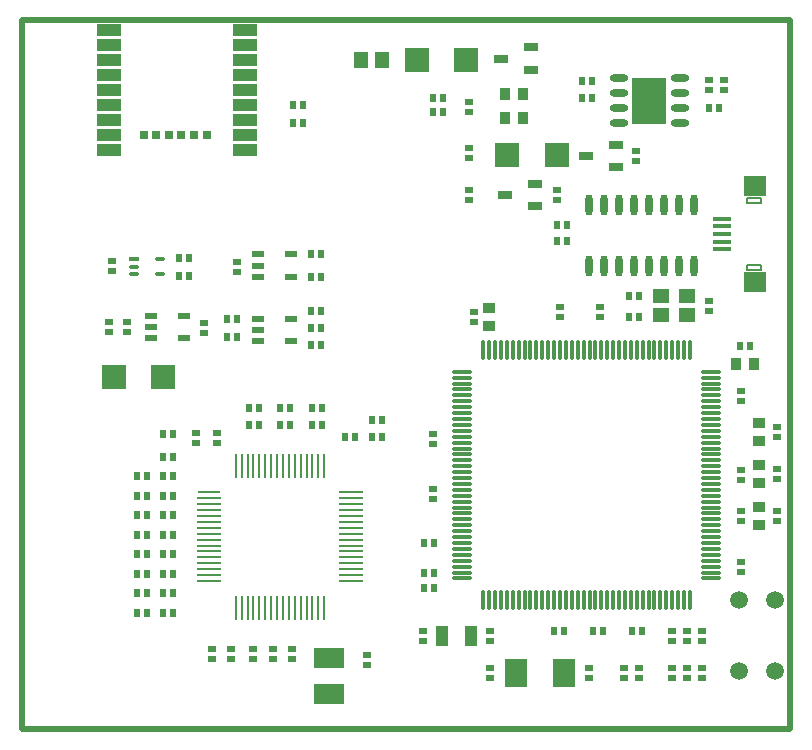
<source format=gtp>
G04*
G04 #@! TF.GenerationSoftware,Altium Limited,Altium Designer,18.1.9 (240)*
G04*
G04 Layer_Color=8421504*
%FSLAX24Y24*%
%MOIN*%
G70*
G01*
G75*
%ADD17C,0.0200*%
%ADD22C,0.0050*%
%ADD26O,0.0630X0.0236*%
%ADD27R,0.1142X0.1575*%
%ADD28R,0.0366X0.0386*%
%ADD29R,0.0386X0.0366*%
%ADD30R,0.0256X0.0236*%
%ADD31O,0.0787X0.0087*%
%ADD32R,0.0787X0.0087*%
%ADD33R,0.0087X0.0787*%
%ADD34R,0.0236X0.0256*%
%ADD35R,0.1024X0.0709*%
%ADD36R,0.0787X0.0787*%
%ADD37R,0.0433X0.0236*%
%ADD38R,0.0492X0.0276*%
%ADD39O,0.0236X0.0709*%
%ADD40R,0.0551X0.0453*%
%ADD41C,0.0591*%
%ADD42O,0.0110X0.0709*%
%ADD43O,0.0709X0.0110*%
%ADD44R,0.0457X0.0579*%
%ADD45R,0.0610X0.0157*%
%ADD46R,0.0748X0.0709*%
%ADD47R,0.0335X0.0138*%
%ADD48O,0.0335X0.0138*%
%ADD49R,0.0315X0.0315*%
%ADD50R,0.0787X0.0394*%
%ADD51R,0.0394X0.0709*%
%ADD52R,0.0748X0.0945*%
D17*
X0Y23622D02*
X25591D01*
Y0D02*
Y23622D01*
X0Y0D02*
X25591D01*
X0D02*
Y23622D01*
D22*
X24171Y15478D02*
X24611D01*
X24171Y15298D02*
X24611D01*
X24171D02*
Y15478D01*
X24611Y15298D02*
Y15478D01*
X24171Y17702D02*
X24611D01*
X24171Y17522D02*
X24611D01*
X24171D02*
Y17702D01*
X24611Y17522D02*
Y17702D01*
D26*
X19876Y21700D02*
D03*
Y21200D02*
D03*
Y20700D02*
D03*
Y20200D02*
D03*
X21924Y21700D02*
D03*
Y21200D02*
D03*
Y20700D02*
D03*
Y20200D02*
D03*
D27*
X20900Y20950D02*
D03*
D28*
X23789Y12174D02*
D03*
X24396D02*
D03*
X16703Y20374D02*
D03*
X16097D02*
D03*
X16703Y21174D02*
D03*
X16097D02*
D03*
D29*
X15561Y13425D02*
D03*
Y14031D02*
D03*
X24550Y10203D02*
D03*
Y9597D02*
D03*
Y7403D02*
D03*
Y6797D02*
D03*
Y8803D02*
D03*
Y8197D02*
D03*
D30*
X15050Y13565D02*
D03*
Y13900D02*
D03*
X23950Y5567D02*
D03*
Y5233D02*
D03*
X22883Y21635D02*
D03*
Y21300D02*
D03*
X23400Y21635D02*
D03*
Y21300D02*
D03*
X17815Y17967D02*
D03*
Y17633D02*
D03*
X17921Y13740D02*
D03*
Y14075D02*
D03*
X19250Y13740D02*
D03*
Y14075D02*
D03*
X23950Y8300D02*
D03*
Y8635D02*
D03*
X25150Y10085D02*
D03*
Y9750D02*
D03*
X21650Y2054D02*
D03*
Y1720D02*
D03*
X22650D02*
D03*
Y2054D02*
D03*
Y3278D02*
D03*
Y2944D02*
D03*
X22150D02*
D03*
Y3278D02*
D03*
X21650Y2944D02*
D03*
Y3278D02*
D03*
X15600Y3285D02*
D03*
Y2950D02*
D03*
X7150Y15253D02*
D03*
Y15587D02*
D03*
X5800Y9885D02*
D03*
Y9550D02*
D03*
X6950Y2347D02*
D03*
Y2682D02*
D03*
X6306Y2337D02*
D03*
Y2672D02*
D03*
X9000Y2350D02*
D03*
Y2685D02*
D03*
X11486Y2133D02*
D03*
Y2467D02*
D03*
X8350Y2685D02*
D03*
Y2350D02*
D03*
X7700D02*
D03*
Y2685D02*
D03*
X22900Y14285D02*
D03*
Y13950D02*
D03*
X2979Y15285D02*
D03*
Y15620D02*
D03*
X6051Y13215D02*
D03*
Y13550D02*
D03*
X3501Y13233D02*
D03*
Y13567D02*
D03*
X2886D02*
D03*
Y13233D02*
D03*
X13350Y3285D02*
D03*
Y2950D02*
D03*
X15600Y2054D02*
D03*
Y1720D02*
D03*
X18900Y2054D02*
D03*
Y1720D02*
D03*
X20058Y2054D02*
D03*
Y1720D02*
D03*
X22150Y2054D02*
D03*
Y1720D02*
D03*
X13700Y7668D02*
D03*
Y8003D02*
D03*
Y9501D02*
D03*
Y9836D02*
D03*
X23950Y10929D02*
D03*
Y11264D02*
D03*
X6500Y9885D02*
D03*
Y9550D02*
D03*
X14900Y19367D02*
D03*
Y19033D02*
D03*
X20440Y19256D02*
D03*
Y18921D02*
D03*
X14900Y17638D02*
D03*
Y17973D02*
D03*
Y20891D02*
D03*
Y20557D02*
D03*
X25150Y8667D02*
D03*
Y8333D02*
D03*
Y7267D02*
D03*
Y6933D02*
D03*
X20558Y2054D02*
D03*
Y1720D02*
D03*
X23950Y6933D02*
D03*
Y7267D02*
D03*
D31*
X6226Y7892D02*
D03*
D32*
Y7695D02*
D03*
Y7498D02*
D03*
Y7302D02*
D03*
Y7105D02*
D03*
Y6908D02*
D03*
Y6711D02*
D03*
Y6514D02*
D03*
Y6317D02*
D03*
Y6120D02*
D03*
Y5924D02*
D03*
Y5727D02*
D03*
Y5530D02*
D03*
Y5333D02*
D03*
Y5136D02*
D03*
Y4939D02*
D03*
X10950D02*
D03*
Y5136D02*
D03*
Y5333D02*
D03*
Y5530D02*
D03*
Y5727D02*
D03*
Y5924D02*
D03*
Y6120D02*
D03*
Y6317D02*
D03*
Y6514D02*
D03*
Y6711D02*
D03*
Y6908D02*
D03*
Y7105D02*
D03*
Y7302D02*
D03*
Y7498D02*
D03*
Y7695D02*
D03*
Y7892D02*
D03*
D33*
X7111Y4054D02*
D03*
X7308D02*
D03*
X7505D02*
D03*
X7702D02*
D03*
X7899D02*
D03*
X8096D02*
D03*
X8293D02*
D03*
X8489D02*
D03*
X8686D02*
D03*
X8883D02*
D03*
X9080D02*
D03*
X9277D02*
D03*
X9474D02*
D03*
X9670D02*
D03*
X9867D02*
D03*
X10064D02*
D03*
Y8778D02*
D03*
X9867D02*
D03*
X9670D02*
D03*
X9474D02*
D03*
X9277D02*
D03*
X9080D02*
D03*
X8883D02*
D03*
X8686D02*
D03*
X8489D02*
D03*
X8293D02*
D03*
X8096D02*
D03*
X7899D02*
D03*
X7702D02*
D03*
X7505D02*
D03*
X7308D02*
D03*
X7111D02*
D03*
D34*
X5017Y9850D02*
D03*
X4683D02*
D03*
Y9085D02*
D03*
X5017D02*
D03*
X5017Y8435D02*
D03*
X4683D02*
D03*
X5017Y7785D02*
D03*
X4683D02*
D03*
X5017Y7135D02*
D03*
X4683D02*
D03*
X5017Y6485D02*
D03*
X4683D02*
D03*
X5017Y5835D02*
D03*
X4683D02*
D03*
X5017Y5185D02*
D03*
X4683D02*
D03*
X5017Y4535D02*
D03*
X4683D02*
D03*
X5017Y3885D02*
D03*
X4683D02*
D03*
X4141Y3885D02*
D03*
X3806D02*
D03*
X4141Y4535D02*
D03*
X3806D02*
D03*
X4141Y5185D02*
D03*
X3806D02*
D03*
X4141Y5835D02*
D03*
X3806D02*
D03*
X4141Y6485D02*
D03*
X3806D02*
D03*
X4141Y7135D02*
D03*
X3806D02*
D03*
X4141Y7785D02*
D03*
X3806D02*
D03*
X4141Y8435D02*
D03*
X3806D02*
D03*
X7150Y13055D02*
D03*
X6815D02*
D03*
Y13655D02*
D03*
X7150D02*
D03*
X9352Y20200D02*
D03*
X9017D02*
D03*
X9352Y20800D02*
D03*
X9017D02*
D03*
X22898Y20700D02*
D03*
X23233D02*
D03*
X13684Y21050D02*
D03*
X14019D02*
D03*
X13686Y20574D02*
D03*
X14021D02*
D03*
X17833Y16256D02*
D03*
X18167D02*
D03*
X17833Y16819D02*
D03*
X18167D02*
D03*
X20215Y14430D02*
D03*
X20550D02*
D03*
X20567Y13750D02*
D03*
X20233D02*
D03*
X23925Y12774D02*
D03*
X24260D02*
D03*
X20333Y3268D02*
D03*
X20667D02*
D03*
X19367D02*
D03*
X19033D02*
D03*
X17715D02*
D03*
X18050D02*
D03*
X13710Y5208D02*
D03*
X13375D02*
D03*
X13710Y4719D02*
D03*
X13375D02*
D03*
X13710Y6219D02*
D03*
X13375D02*
D03*
X11985Y9750D02*
D03*
X11650D02*
D03*
X11985Y10300D02*
D03*
X11650D02*
D03*
X7550Y10700D02*
D03*
X7885D02*
D03*
X8917D02*
D03*
X8583D02*
D03*
X9650Y10711D02*
D03*
X9985D02*
D03*
X9650Y10153D02*
D03*
X9985D02*
D03*
X9965Y12806D02*
D03*
X9631D02*
D03*
X9631Y13378D02*
D03*
X9965D02*
D03*
X9631Y13950D02*
D03*
X9965D02*
D03*
X9631Y15076D02*
D03*
X9965D02*
D03*
X9631Y15824D02*
D03*
X9965D02*
D03*
X5231Y15120D02*
D03*
X5565D02*
D03*
X5231Y15720D02*
D03*
X5565D02*
D03*
X8924Y10142D02*
D03*
X8589D02*
D03*
X7563D02*
D03*
X7898D02*
D03*
X18985Y21600D02*
D03*
X18650D02*
D03*
X10765Y9750D02*
D03*
X11100D02*
D03*
X18985Y21051D02*
D03*
X18650D02*
D03*
D35*
X10236Y2367D02*
D03*
Y1186D02*
D03*
D36*
X4700Y11750D02*
D03*
X3046D02*
D03*
X14800Y22300D02*
D03*
X13146D02*
D03*
X16160Y19150D02*
D03*
X17814D02*
D03*
D37*
X5402Y13774D02*
D03*
Y13026D02*
D03*
X4300D02*
D03*
Y13400D02*
D03*
Y13774D02*
D03*
X8952Y15824D02*
D03*
Y15076D02*
D03*
X7850D02*
D03*
Y15450D02*
D03*
Y15824D02*
D03*
X8951Y13674D02*
D03*
Y12926D02*
D03*
X7849D02*
D03*
Y13300D02*
D03*
Y13674D02*
D03*
D38*
X15958Y22350D02*
D03*
X16942Y22724D02*
D03*
Y21976D02*
D03*
X16092Y17806D02*
D03*
X17076Y18180D02*
D03*
Y17431D02*
D03*
X18798Y19106D02*
D03*
X19782Y19480D02*
D03*
Y18731D02*
D03*
D39*
X22400Y17479D02*
D03*
X21900D02*
D03*
X21400D02*
D03*
X20900D02*
D03*
X20400D02*
D03*
X19900D02*
D03*
X19400D02*
D03*
X18900D02*
D03*
X22400Y15432D02*
D03*
X21900D02*
D03*
X21400D02*
D03*
X20900D02*
D03*
X20400D02*
D03*
X19900D02*
D03*
X19400D02*
D03*
X18900D02*
D03*
D40*
X22166Y13800D02*
D03*
X21300Y14430D02*
D03*
Y13800D02*
D03*
X22166Y14430D02*
D03*
D41*
X25081Y4300D02*
D03*
X23900D02*
D03*
X25081Y1938D02*
D03*
X23900D02*
D03*
D42*
X15362Y4315D02*
D03*
X15559D02*
D03*
X15756D02*
D03*
X15953D02*
D03*
X16150D02*
D03*
X16346D02*
D03*
X16543D02*
D03*
X16740D02*
D03*
X16937D02*
D03*
X17134D02*
D03*
X17331D02*
D03*
X17528D02*
D03*
X17724D02*
D03*
X17921D02*
D03*
X18118D02*
D03*
X18315D02*
D03*
X18512D02*
D03*
X18709D02*
D03*
X18906D02*
D03*
X19102D02*
D03*
X19299D02*
D03*
X19496D02*
D03*
X19693D02*
D03*
X19890D02*
D03*
X20087D02*
D03*
X20283D02*
D03*
X20480D02*
D03*
X20677D02*
D03*
X20874D02*
D03*
X21071D02*
D03*
X21268D02*
D03*
X21465D02*
D03*
X21661D02*
D03*
X21858D02*
D03*
X22055D02*
D03*
X22252D02*
D03*
Y12622D02*
D03*
X22055D02*
D03*
X21858D02*
D03*
X21661D02*
D03*
X21465D02*
D03*
X21268D02*
D03*
X21071D02*
D03*
X20874D02*
D03*
X20677D02*
D03*
X20480D02*
D03*
X20283D02*
D03*
X20087D02*
D03*
X19890D02*
D03*
X19693D02*
D03*
X19496D02*
D03*
X19299D02*
D03*
X19102D02*
D03*
X18906D02*
D03*
X18709D02*
D03*
X18512D02*
D03*
X18315D02*
D03*
X18118D02*
D03*
X17921D02*
D03*
X17724D02*
D03*
X17528D02*
D03*
X17331D02*
D03*
X17134D02*
D03*
X16937D02*
D03*
X16740D02*
D03*
X16543D02*
D03*
X16346D02*
D03*
X16150D02*
D03*
X15953D02*
D03*
X15756D02*
D03*
X15559D02*
D03*
X15362D02*
D03*
D43*
X22961Y5024D02*
D03*
Y5220D02*
D03*
Y5417D02*
D03*
Y5614D02*
D03*
Y5811D02*
D03*
Y6008D02*
D03*
Y6205D02*
D03*
Y6402D02*
D03*
Y6598D02*
D03*
Y6795D02*
D03*
Y6992D02*
D03*
Y7189D02*
D03*
Y7386D02*
D03*
Y7583D02*
D03*
Y7780D02*
D03*
Y7976D02*
D03*
Y8173D02*
D03*
Y8370D02*
D03*
Y8567D02*
D03*
Y8764D02*
D03*
Y8961D02*
D03*
Y9157D02*
D03*
Y9354D02*
D03*
Y9551D02*
D03*
Y9748D02*
D03*
Y9945D02*
D03*
Y10142D02*
D03*
Y10339D02*
D03*
Y10535D02*
D03*
Y10732D02*
D03*
Y10929D02*
D03*
Y11126D02*
D03*
Y11323D02*
D03*
Y11520D02*
D03*
Y11717D02*
D03*
Y11913D02*
D03*
X14654D02*
D03*
Y11717D02*
D03*
Y11520D02*
D03*
Y11323D02*
D03*
Y11126D02*
D03*
Y10929D02*
D03*
Y10732D02*
D03*
Y10535D02*
D03*
Y10339D02*
D03*
Y10142D02*
D03*
Y9945D02*
D03*
Y9748D02*
D03*
Y9551D02*
D03*
Y9354D02*
D03*
Y9157D02*
D03*
Y8961D02*
D03*
Y8764D02*
D03*
Y8567D02*
D03*
Y8370D02*
D03*
Y8173D02*
D03*
Y7976D02*
D03*
Y7780D02*
D03*
Y7583D02*
D03*
Y7386D02*
D03*
Y7189D02*
D03*
Y6992D02*
D03*
Y6795D02*
D03*
Y6598D02*
D03*
Y6402D02*
D03*
Y6205D02*
D03*
Y6008D02*
D03*
Y5811D02*
D03*
Y5614D02*
D03*
Y5417D02*
D03*
Y5220D02*
D03*
Y5024D02*
D03*
D44*
X12000Y22300D02*
D03*
X11300D02*
D03*
D45*
X23334Y16756D02*
D03*
Y17012D02*
D03*
Y15988D02*
D03*
Y16500D02*
D03*
Y16244D02*
D03*
D46*
X24417Y14906D02*
D03*
Y18094D02*
D03*
D47*
X3715Y15676D02*
D03*
D48*
Y15420D02*
D03*
Y15164D02*
D03*
X4581Y15676D02*
D03*
Y15164D02*
D03*
D49*
X6140Y19800D02*
D03*
X5720D02*
D03*
X5300D02*
D03*
X4880D02*
D03*
X4460D02*
D03*
X4040D02*
D03*
D50*
X7428Y23300D02*
D03*
Y22800D02*
D03*
Y22300D02*
D03*
Y21800D02*
D03*
Y21300D02*
D03*
Y20800D02*
D03*
Y20300D02*
D03*
Y19800D02*
D03*
Y19300D02*
D03*
X2900Y19800D02*
D03*
Y20300D02*
D03*
Y20800D02*
D03*
Y21300D02*
D03*
Y21800D02*
D03*
Y22300D02*
D03*
Y22800D02*
D03*
Y23300D02*
D03*
Y19300D02*
D03*
D51*
X13973Y3117D02*
D03*
X14957D02*
D03*
D52*
X18057Y1868D02*
D03*
X16443D02*
D03*
M02*

</source>
